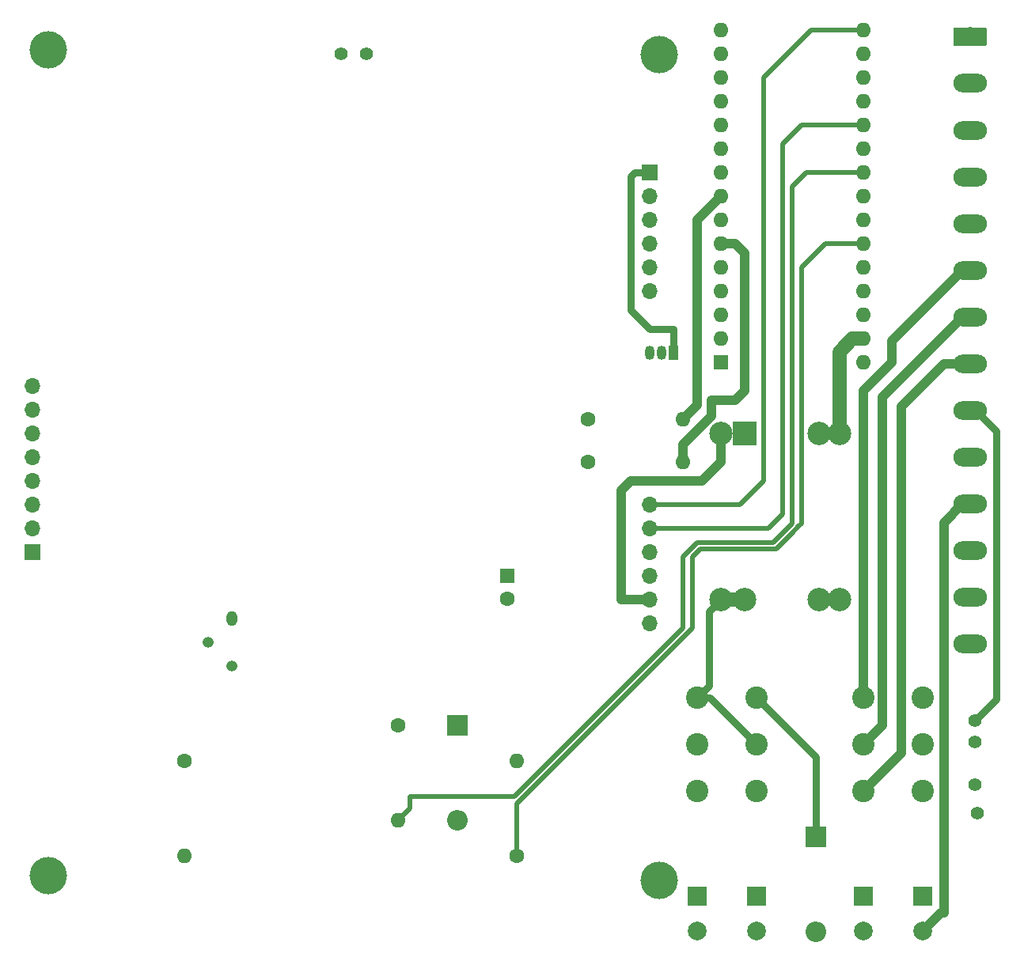
<source format=gbr>
G04 #@! TF.GenerationSoftware,KiCad,Pcbnew,(5.1.0-9-gc61ec8ee3)*
G04 #@! TF.CreationDate,2019-06-18T12:37:55+02:00*
G04 #@! TF.ProjectId,LCD_Back_Neo_Key_RxTx_emergency_stop,4c43445f-4261-4636-9b5f-4e656f5f4b65,rev?*
G04 #@! TF.SameCoordinates,Original*
G04 #@! TF.FileFunction,Copper,L2,Bot*
G04 #@! TF.FilePolarity,Positive*
%FSLAX46Y46*%
G04 Gerber Fmt 4.6, Leading zero omitted, Abs format (unit mm)*
G04 Created by KiCad (PCBNEW (5.1.0-9-gc61ec8ee3)) date 2019-06-18 12:37:55*
%MOMM*%
%LPD*%
G04 APERTURE LIST*
%ADD10C,4.000000*%
%ADD11O,1.600000X1.600000*%
%ADD12R,1.600000X1.600000*%
%ADD13C,2.500000*%
%ADD14R,2.500000X2.500000*%
%ADD15R,1.700000X1.700000*%
%ADD16O,1.700000X1.700000*%
%ADD17C,1.600000*%
%ADD18O,1.050000X1.500000*%
%ADD19R,1.050000X1.500000*%
%ADD20C,2.400000*%
%ADD21R,2.000000X2.000000*%
%ADD22C,2.000000*%
%ADD23O,1.200000X1.600000*%
%ADD24O,1.200000X1.200000*%
%ADD25C,1.400000*%
%ADD26O,2.200000X2.200000*%
%ADD27R,2.200000X2.200000*%
%ADD28C,0.150000*%
%ADD29O,3.600000X2.000000*%
%ADD30C,1.500000*%
%ADD31C,1.000000*%
%ADD32C,0.750000*%
%ADD33C,0.500000*%
G04 APERTURE END LIST*
D10*
X173758860Y-126540260D03*
X108379260Y-37642800D03*
X173758860Y-38148260D03*
X108379260Y-126034800D03*
D11*
X195580000Y-40640000D03*
X180340000Y-66040000D03*
X195580000Y-53340000D03*
D12*
X180340000Y-71120000D03*
D11*
X195580000Y-48260000D03*
X195580000Y-38100000D03*
X180340000Y-63500000D03*
X180340000Y-58420000D03*
X180340000Y-55880000D03*
X195580000Y-43180000D03*
X195580000Y-35560000D03*
X180340000Y-35560000D03*
X195580000Y-71120000D03*
X180340000Y-38100000D03*
X195580000Y-68580000D03*
X180340000Y-40640000D03*
X195580000Y-66040000D03*
X180340000Y-43180000D03*
X195580000Y-63500000D03*
X180340000Y-45720000D03*
X195580000Y-60960000D03*
X180340000Y-48260000D03*
X195580000Y-58420000D03*
X180340000Y-50800000D03*
X195580000Y-45720000D03*
X180340000Y-68580000D03*
X195580000Y-50800000D03*
X180340000Y-60960000D03*
X195580000Y-55880000D03*
X180340000Y-53340000D03*
D13*
X182880000Y-96520000D03*
D14*
X182880000Y-78740000D03*
D13*
X190820000Y-96520000D03*
X190820000Y-78740000D03*
X180340000Y-96520000D03*
X180340000Y-78740000D03*
X193040000Y-78740000D03*
X193040000Y-96520000D03*
D15*
X106680000Y-91440000D03*
D16*
X106680000Y-88900000D03*
X106680000Y-86360000D03*
X106680000Y-83820000D03*
X106680000Y-81280000D03*
X106680000Y-78740000D03*
X106680000Y-76200000D03*
X106680000Y-73660000D03*
D12*
X157480000Y-93980000D03*
D17*
X157480000Y-96480000D03*
D18*
X173990000Y-70104000D03*
X172720000Y-70104000D03*
D19*
X175260000Y-70104000D03*
D17*
X166116000Y-77216000D03*
D11*
X176276000Y-77216000D03*
D15*
X172720000Y-50800000D03*
D16*
X172720000Y-53340000D03*
X172720000Y-91440000D03*
X172720000Y-99060000D03*
X172720000Y-96520000D03*
X172720000Y-86360000D03*
X172720000Y-88900000D03*
X172720000Y-93980000D03*
X172720000Y-55880000D03*
X172720000Y-63500000D03*
X172720000Y-58420000D03*
X172720000Y-60960000D03*
D20*
X177800000Y-107020000D03*
X177800000Y-112020000D03*
X177800000Y-117020000D03*
D21*
X177800000Y-128270000D03*
D22*
X177800000Y-132020000D03*
X184150000Y-132020000D03*
D21*
X184150000Y-128270000D03*
D20*
X184150000Y-117020000D03*
X184150000Y-112020000D03*
X184150000Y-107020000D03*
X195580000Y-107020000D03*
X195580000Y-112020000D03*
X195580000Y-117020000D03*
D21*
X195580000Y-128270000D03*
D22*
X195580000Y-132020000D03*
D23*
X128016000Y-98552000D03*
D24*
X125476000Y-101092000D03*
X128016000Y-103632000D03*
D17*
X145796000Y-109982000D03*
D11*
X145796000Y-120142000D03*
X158496000Y-113792000D03*
D17*
X158496000Y-123952000D03*
X122936000Y-113792000D03*
D11*
X122936000Y-123952000D03*
D25*
X139700000Y-38100000D03*
X142385001Y-38100000D03*
D26*
X152146000Y-120142000D03*
D27*
X152146000Y-109982000D03*
X190500000Y-121920000D03*
D26*
X190500000Y-132080000D03*
D28*
G36*
X208584504Y-35281204D02*
G01*
X208608773Y-35284804D01*
X208632571Y-35290765D01*
X208655671Y-35299030D01*
X208677849Y-35309520D01*
X208698893Y-35322133D01*
X208718598Y-35336747D01*
X208736777Y-35353223D01*
X208753253Y-35371402D01*
X208767867Y-35391107D01*
X208780480Y-35412151D01*
X208790970Y-35434329D01*
X208799235Y-35457429D01*
X208805196Y-35481227D01*
X208808796Y-35505496D01*
X208810000Y-35530000D01*
X208810000Y-37030000D01*
X208808796Y-37054504D01*
X208805196Y-37078773D01*
X208799235Y-37102571D01*
X208790970Y-37125671D01*
X208780480Y-37147849D01*
X208767867Y-37168893D01*
X208753253Y-37188598D01*
X208736777Y-37206777D01*
X208718598Y-37223253D01*
X208698893Y-37237867D01*
X208677849Y-37250480D01*
X208655671Y-37260970D01*
X208632571Y-37269235D01*
X208608773Y-37275196D01*
X208584504Y-37278796D01*
X208560000Y-37280000D01*
X205460000Y-37280000D01*
X205435496Y-37278796D01*
X205411227Y-37275196D01*
X205387429Y-37269235D01*
X205364329Y-37260970D01*
X205342151Y-37250480D01*
X205321107Y-37237867D01*
X205301402Y-37223253D01*
X205283223Y-37206777D01*
X205266747Y-37188598D01*
X205252133Y-37168893D01*
X205239520Y-37147849D01*
X205229030Y-37125671D01*
X205220765Y-37102571D01*
X205214804Y-37078773D01*
X205211204Y-37054504D01*
X205210000Y-37030000D01*
X205210000Y-35530000D01*
X205211204Y-35505496D01*
X205214804Y-35481227D01*
X205220765Y-35457429D01*
X205229030Y-35434329D01*
X205239520Y-35412151D01*
X205252133Y-35391107D01*
X205266747Y-35371402D01*
X205283223Y-35353223D01*
X205301402Y-35336747D01*
X205321107Y-35322133D01*
X205342151Y-35309520D01*
X205364329Y-35299030D01*
X205387429Y-35290765D01*
X205411227Y-35284804D01*
X205435496Y-35281204D01*
X205460000Y-35280000D01*
X208560000Y-35280000D01*
X208584504Y-35281204D01*
X208584504Y-35281204D01*
G37*
D22*
X207010000Y-36280000D03*
D29*
X207010000Y-41280000D03*
X207010000Y-46280000D03*
X207010000Y-51280000D03*
X207010000Y-56280000D03*
X207010000Y-61280000D03*
X207010000Y-66280000D03*
X207010000Y-71280000D03*
X207010000Y-76280000D03*
X207010000Y-81280000D03*
X207010000Y-86280000D03*
X207010000Y-91280000D03*
X207010000Y-96280000D03*
X207010000Y-101280000D03*
D20*
X201930000Y-107020000D03*
X201930000Y-112020000D03*
X201930000Y-117020000D03*
D21*
X201930000Y-128270000D03*
D22*
X201930000Y-132020000D03*
D17*
X166116000Y-81788000D03*
D11*
X176276000Y-81788000D03*
D25*
X207772000Y-119380000D03*
X207518000Y-116332000D03*
X207518000Y-109474000D03*
X207518000Y-111760000D03*
D30*
X193040000Y-69988630D02*
X193040000Y-70612000D01*
X194448630Y-68580000D02*
X193040000Y-69988630D01*
X195580000Y-68580000D02*
X194448630Y-68580000D01*
X193040000Y-78740000D02*
X193040000Y-70612000D01*
D31*
X172720000Y-96520000D02*
X169672000Y-96520000D01*
X180340000Y-78740000D02*
X180340000Y-81788000D01*
X180340000Y-81788000D02*
X178308000Y-83820000D01*
X170688000Y-83820000D02*
X169672000Y-84836000D01*
X178308000Y-83820000D02*
X170688000Y-83820000D01*
X169672000Y-96520000D02*
X169672000Y-84836000D01*
X180340000Y-58420000D02*
X181864000Y-58420000D01*
X181864000Y-58420000D02*
X182880000Y-59436000D01*
X182880000Y-59436000D02*
X182880000Y-74168000D01*
X176276000Y-79917998D02*
X179324000Y-76869998D01*
X176276000Y-81788000D02*
X176276000Y-79917998D01*
X179324000Y-76869998D02*
X179324000Y-75184000D01*
X181864000Y-75184000D02*
X182880000Y-74168000D01*
X179324000Y-75184000D02*
X181864000Y-75184000D01*
D32*
X175260000Y-70104000D02*
X175260000Y-67564000D01*
X175260000Y-67564000D02*
X172720000Y-67564000D01*
X172720000Y-67564000D02*
X170688000Y-65532000D01*
X171120000Y-50800000D02*
X172720000Y-50800000D01*
X170688000Y-51232000D02*
X171120000Y-50800000D01*
X170688000Y-65532000D02*
X170688000Y-51232000D01*
D31*
X176276000Y-77216000D02*
X177800000Y-75692000D01*
X177800000Y-55880000D02*
X180340000Y-53340000D01*
X177800000Y-75692000D02*
X177800000Y-55880000D01*
D33*
X189992000Y-35560000D02*
X195580000Y-35560000D01*
X184912000Y-40640000D02*
X189992000Y-35560000D01*
X184912000Y-83820000D02*
X184912000Y-40640000D01*
X172720000Y-86360000D02*
X182372000Y-86360000D01*
X182372000Y-86360000D02*
X184912000Y-83820000D01*
X185420000Y-88900000D02*
X172720000Y-88900000D01*
X186944000Y-87376000D02*
X185420000Y-88900000D01*
X186944000Y-47752000D02*
X186944000Y-87376000D01*
X195580000Y-45720000D02*
X188976000Y-45720000D01*
X188976000Y-45720000D02*
X186944000Y-47752000D01*
D30*
X182880000Y-96520000D02*
X180340000Y-96520000D01*
D32*
X179150000Y-107020000D02*
X177800000Y-107020000D01*
X184150000Y-112020000D02*
X179150000Y-107020000D01*
X178999999Y-105820001D02*
X177800000Y-107020000D01*
X179090001Y-105729999D02*
X178999999Y-105820001D01*
X179090001Y-97769999D02*
X179090001Y-105729999D01*
X180340000Y-96520000D02*
X179090001Y-97769999D01*
D33*
X147066000Y-118872000D02*
X145796000Y-120142000D01*
X147066000Y-117602000D02*
X147066000Y-118872000D01*
X176276000Y-99594038D02*
X158268038Y-117602000D01*
X176276000Y-91948000D02*
X176276000Y-99594038D01*
X158268038Y-117602000D02*
X147066000Y-117602000D01*
X189484000Y-50800000D02*
X187960000Y-52324000D01*
X187960000Y-52324000D02*
X187960000Y-88392000D01*
X195580000Y-50800000D02*
X189484000Y-50800000D01*
X187960000Y-88392000D02*
X185928000Y-90424000D01*
X185928000Y-90424000D02*
X177800000Y-90424000D01*
X177800000Y-90424000D02*
X176276000Y-91948000D01*
X173228000Y-103632000D02*
X177292000Y-99568000D01*
X177292000Y-91948000D02*
X178115990Y-91124010D01*
X177292000Y-99568000D02*
X177292000Y-91948000D01*
X178115990Y-91124010D02*
X186243990Y-91124010D01*
X187960000Y-89381962D02*
X188660008Y-88681954D01*
X186243990Y-91124010D02*
X187960000Y-89408000D01*
X187960000Y-89408000D02*
X187960000Y-89381962D01*
X188660008Y-88681954D02*
X188686046Y-88681954D01*
X188686046Y-88681954D02*
X188976000Y-88392000D01*
X188976000Y-88392000D02*
X188976000Y-60960000D01*
X191516000Y-58420000D02*
X195580000Y-58420000D01*
X188976000Y-60960000D02*
X191516000Y-58420000D01*
X173228000Y-103632000D02*
X158496000Y-118364000D01*
X158496000Y-118364000D02*
X158496000Y-123952000D01*
D32*
X190500000Y-113370000D02*
X184150000Y-107020000D01*
X190500000Y-121920000D02*
X190500000Y-113370000D01*
D31*
X199644000Y-112956000D02*
X195580000Y-117020000D01*
X199644000Y-75846000D02*
X199644000Y-112956000D01*
X207010000Y-71280000D02*
X204210000Y-71280000D01*
X204210000Y-71280000D02*
X199644000Y-75846000D01*
X206210000Y-61280000D02*
X198628000Y-68862000D01*
X207010000Y-61280000D02*
X206210000Y-61280000D01*
X198628000Y-68862000D02*
X198628000Y-71120000D01*
X198628000Y-71120000D02*
X195580000Y-74168000D01*
X195580000Y-74168000D02*
X195580000Y-107020000D01*
X197612000Y-109988000D02*
X195580000Y-112020000D01*
X197612000Y-74878000D02*
X197612000Y-109988000D01*
X207010000Y-66280000D02*
X206210000Y-66280000D01*
X206210000Y-66280000D02*
X197612000Y-74878000D01*
D30*
X207010000Y-76280000D02*
X207810000Y-76280000D01*
D32*
X207598000Y-76280000D02*
X207010000Y-76280000D01*
X209804000Y-78486000D02*
X207598000Y-76280000D01*
X207518000Y-109474000D02*
X209804000Y-107188000D01*
X209804000Y-107188000D02*
X209804000Y-78486000D01*
D31*
X206210000Y-86280000D02*
X204216000Y-88274000D01*
X207010000Y-86280000D02*
X206210000Y-86280000D01*
X204216000Y-88274000D02*
X204216000Y-130048000D01*
X203902000Y-130048000D02*
X201930000Y-132020000D01*
X204216000Y-130048000D02*
X203902000Y-130048000D01*
M02*

</source>
